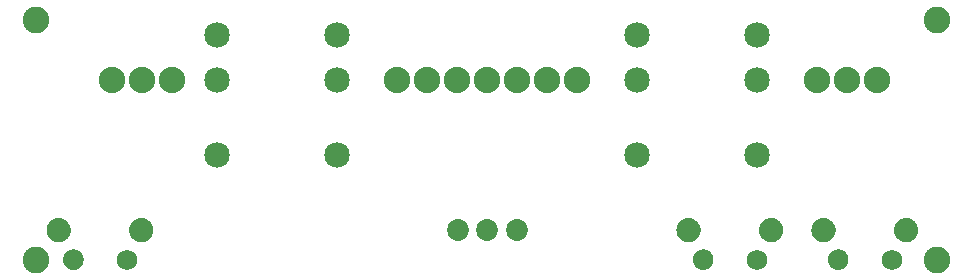
<source format=gbs>
G04 MADE WITH FRITZING*
G04 WWW.FRITZING.ORG*
G04 DOUBLE SIDED*
G04 HOLES PLATED*
G04 CONTOUR ON CENTER OF CONTOUR VECTOR*
%ASAXBY*%
%FSLAX23Y23*%
%MOIN*%
%OFA0B0*%
%SFA1.0B1.0*%
%ADD10C,0.072992*%
%ADD11C,0.088740*%
%ADD12C,0.085000*%
%ADD13C,0.088000*%
%ADD14C,0.069055*%
%ADD15R,0.001000X0.001000*%
%LNMASK0*%
G90*
G70*
G54D10*
X1671Y184D03*
X1474Y184D03*
X1572Y184D03*
G54D11*
X70Y884D03*
X3071Y84D03*
X70Y84D03*
X3071Y884D03*
G54D12*
X2071Y834D03*
X2471Y834D03*
G54D13*
X2871Y684D03*
X2771Y684D03*
X2671Y684D03*
X521Y684D03*
X421Y684D03*
X321Y684D03*
X1871Y684D03*
X1771Y684D03*
X1671Y684D03*
X1571Y684D03*
X1471Y684D03*
X1371Y684D03*
X1271Y684D03*
G54D12*
X671Y684D03*
X1071Y684D03*
X671Y834D03*
X1071Y834D03*
X671Y434D03*
X1071Y434D03*
X2071Y434D03*
X2471Y434D03*
X2071Y684D03*
X2471Y684D03*
G54D14*
X371Y84D03*
X2471Y84D03*
X2921Y84D03*
G54D15*
X137Y223D02*
X150Y223D01*
X412Y223D02*
X426Y223D01*
X2236Y223D02*
X2250Y223D01*
X2512Y223D02*
X2525Y223D01*
X2686Y223D02*
X2700Y223D01*
X2962Y223D02*
X2975Y223D01*
X133Y222D02*
X155Y222D01*
X408Y222D02*
X430Y222D01*
X2232Y222D02*
X2254Y222D01*
X2508Y222D02*
X2530Y222D01*
X2682Y222D02*
X2704Y222D01*
X2958Y222D02*
X2980Y222D01*
X130Y221D02*
X158Y221D01*
X405Y221D02*
X433Y221D01*
X2229Y221D02*
X2257Y221D01*
X2505Y221D02*
X2533Y221D01*
X2679Y221D02*
X2707Y221D01*
X2955Y221D02*
X2983Y221D01*
X127Y220D02*
X160Y220D01*
X403Y220D02*
X436Y220D01*
X2227Y220D02*
X2260Y220D01*
X2502Y220D02*
X2535Y220D01*
X2677Y220D02*
X2709Y220D01*
X2952Y220D02*
X2985Y220D01*
X125Y219D02*
X162Y219D01*
X401Y219D02*
X438Y219D01*
X2225Y219D02*
X2262Y219D01*
X2500Y219D02*
X2537Y219D01*
X2675Y219D02*
X2712Y219D01*
X2950Y219D02*
X2987Y219D01*
X123Y218D02*
X164Y218D01*
X399Y218D02*
X439Y218D01*
X2223Y218D02*
X2263Y218D01*
X2499Y218D02*
X2539Y218D01*
X2673Y218D02*
X2713Y218D01*
X2949Y218D02*
X2989Y218D01*
X122Y217D02*
X165Y217D01*
X397Y217D02*
X441Y217D01*
X2221Y217D02*
X2265Y217D01*
X2497Y217D02*
X2540Y217D01*
X2671Y217D02*
X2715Y217D01*
X2947Y217D02*
X2990Y217D01*
X120Y216D02*
X167Y216D01*
X396Y216D02*
X442Y216D01*
X2220Y216D02*
X2266Y216D01*
X2496Y216D02*
X2542Y216D01*
X2670Y216D02*
X2716Y216D01*
X2945Y216D02*
X2992Y216D01*
X119Y215D02*
X168Y215D01*
X395Y215D02*
X444Y215D01*
X2219Y215D02*
X2268Y215D01*
X2494Y215D02*
X2543Y215D01*
X2669Y215D02*
X2718Y215D01*
X2944Y215D02*
X2993Y215D01*
X118Y214D02*
X169Y214D01*
X393Y214D02*
X445Y214D01*
X2217Y214D02*
X2269Y214D01*
X2493Y214D02*
X2544Y214D01*
X2667Y214D02*
X2719Y214D01*
X2943Y214D02*
X2994Y214D01*
X117Y213D02*
X170Y213D01*
X392Y213D02*
X446Y213D01*
X2216Y213D02*
X2270Y213D01*
X2492Y213D02*
X2546Y213D01*
X2666Y213D02*
X2720Y213D01*
X2942Y213D02*
X2995Y213D01*
X116Y212D02*
X172Y212D01*
X391Y212D02*
X447Y212D01*
X2215Y212D02*
X2271Y212D01*
X2491Y212D02*
X2547Y212D01*
X2665Y212D02*
X2721Y212D01*
X2941Y212D02*
X2997Y212D01*
X115Y211D02*
X172Y211D01*
X390Y211D02*
X448Y211D01*
X2214Y211D02*
X2272Y211D01*
X2490Y211D02*
X2548Y211D01*
X2664Y211D02*
X2722Y211D01*
X2940Y211D02*
X2998Y211D01*
X114Y210D02*
X173Y210D01*
X389Y210D02*
X449Y210D01*
X2213Y210D02*
X2273Y210D01*
X2489Y210D02*
X2549Y210D01*
X2663Y210D02*
X2723Y210D01*
X2939Y210D02*
X2998Y210D01*
X113Y209D02*
X174Y209D01*
X388Y209D02*
X450Y209D01*
X2213Y209D02*
X2274Y209D01*
X2488Y209D02*
X2549Y209D01*
X2662Y209D02*
X2724Y209D01*
X2938Y209D02*
X2999Y209D01*
X112Y208D02*
X175Y208D01*
X388Y208D02*
X451Y208D01*
X2212Y208D02*
X2275Y208D01*
X2487Y208D02*
X2550Y208D01*
X2662Y208D02*
X2725Y208D01*
X2937Y208D02*
X3000Y208D01*
X111Y207D02*
X176Y207D01*
X387Y207D02*
X451Y207D01*
X2211Y207D02*
X2275Y207D01*
X2487Y207D02*
X2551Y207D01*
X2661Y207D02*
X2725Y207D01*
X2936Y207D02*
X3001Y207D01*
X111Y206D02*
X176Y206D01*
X386Y206D02*
X452Y206D01*
X2210Y206D02*
X2276Y206D01*
X2486Y206D02*
X2552Y206D01*
X2660Y206D02*
X2726Y206D01*
X2936Y206D02*
X3002Y206D01*
X110Y205D02*
X177Y205D01*
X386Y205D02*
X453Y205D01*
X2210Y205D02*
X2277Y205D01*
X2485Y205D02*
X2552Y205D01*
X2660Y205D02*
X2727Y205D01*
X2935Y205D02*
X3002Y205D01*
X109Y204D02*
X178Y204D01*
X385Y204D02*
X453Y204D01*
X2209Y204D02*
X2277Y204D01*
X2485Y204D02*
X2553Y204D01*
X2659Y204D02*
X2727Y204D01*
X2935Y204D02*
X3003Y204D01*
X109Y203D02*
X178Y203D01*
X384Y203D02*
X454Y203D01*
X2208Y203D02*
X2278Y203D01*
X2484Y203D02*
X2553Y203D01*
X2658Y203D02*
X2728Y203D01*
X2934Y203D02*
X3003Y203D01*
X108Y202D02*
X179Y202D01*
X384Y202D02*
X454Y202D01*
X2208Y202D02*
X2278Y202D01*
X2483Y202D02*
X2554Y202D01*
X2658Y202D02*
X2728Y202D01*
X2933Y202D02*
X3004Y202D01*
X108Y201D02*
X179Y201D01*
X383Y201D02*
X455Y201D01*
X2207Y201D02*
X2279Y201D01*
X2483Y201D02*
X2555Y201D01*
X2657Y201D02*
X2729Y201D01*
X2933Y201D02*
X3004Y201D01*
X107Y200D02*
X180Y200D01*
X383Y200D02*
X455Y200D01*
X2207Y200D02*
X2279Y200D01*
X2482Y200D02*
X2555Y200D01*
X2657Y200D02*
X2729Y200D01*
X2932Y200D02*
X3005Y200D01*
X107Y199D02*
X180Y199D01*
X382Y199D02*
X456Y199D01*
X2206Y199D02*
X2280Y199D01*
X2482Y199D02*
X2555Y199D01*
X2656Y199D02*
X2730Y199D01*
X2932Y199D02*
X3005Y199D01*
X106Y198D02*
X181Y198D01*
X382Y198D02*
X456Y198D01*
X2206Y198D02*
X2280Y198D01*
X2482Y198D02*
X2556Y198D01*
X2656Y198D02*
X2730Y198D01*
X2932Y198D02*
X3006Y198D01*
X106Y197D02*
X181Y197D01*
X382Y197D02*
X457Y197D01*
X2206Y197D02*
X2281Y197D01*
X2481Y197D02*
X2556Y197D01*
X2656Y197D02*
X2731Y197D01*
X2931Y197D02*
X3006Y197D01*
X106Y196D02*
X181Y196D01*
X381Y196D02*
X457Y196D01*
X2205Y196D02*
X2281Y196D01*
X2481Y196D02*
X2557Y196D01*
X2655Y196D02*
X2731Y196D01*
X2931Y196D02*
X3006Y196D01*
X105Y195D02*
X182Y195D01*
X381Y195D02*
X457Y195D01*
X2205Y195D02*
X2281Y195D01*
X2481Y195D02*
X2557Y195D01*
X2655Y195D02*
X2731Y195D01*
X2930Y195D02*
X3007Y195D01*
X105Y194D02*
X182Y194D01*
X381Y194D02*
X458Y194D01*
X2205Y194D02*
X2282Y194D01*
X2480Y194D02*
X2557Y194D01*
X2655Y194D02*
X2731Y194D01*
X2930Y194D02*
X3007Y194D01*
X105Y193D02*
X182Y193D01*
X380Y193D02*
X458Y193D01*
X2205Y193D02*
X2282Y193D01*
X2480Y193D02*
X2557Y193D01*
X2654Y193D02*
X2732Y193D01*
X2930Y193D02*
X3007Y193D01*
X105Y192D02*
X182Y192D01*
X380Y192D02*
X458Y192D01*
X2204Y192D02*
X2282Y192D01*
X2480Y192D02*
X2558Y192D01*
X2654Y192D02*
X2732Y192D01*
X2930Y192D02*
X3008Y192D01*
X104Y191D02*
X183Y191D01*
X380Y191D02*
X458Y191D01*
X2204Y191D02*
X2282Y191D01*
X2480Y191D02*
X2558Y191D01*
X2654Y191D02*
X2732Y191D01*
X2930Y191D02*
X3008Y191D01*
X104Y190D02*
X183Y190D01*
X380Y190D02*
X458Y190D01*
X2204Y190D02*
X2282Y190D01*
X2479Y190D02*
X2558Y190D01*
X2654Y190D02*
X2732Y190D01*
X2929Y190D02*
X3008Y190D01*
X104Y189D02*
X183Y189D01*
X380Y189D02*
X459Y189D01*
X2204Y189D02*
X2283Y189D01*
X2479Y189D02*
X2558Y189D01*
X2654Y189D02*
X2733Y189D01*
X2929Y189D02*
X3008Y189D01*
X104Y188D02*
X183Y188D01*
X380Y188D02*
X459Y188D01*
X2204Y188D02*
X2283Y188D01*
X2479Y188D02*
X2558Y188D01*
X2654Y188D02*
X2733Y188D01*
X2929Y188D02*
X3008Y188D01*
X104Y187D02*
X183Y187D01*
X379Y187D02*
X459Y187D01*
X2203Y187D02*
X2283Y187D01*
X2479Y187D02*
X2558Y187D01*
X2653Y187D02*
X2733Y187D01*
X2929Y187D02*
X3008Y187D01*
X104Y186D02*
X183Y186D01*
X379Y186D02*
X459Y186D01*
X2203Y186D02*
X2283Y186D01*
X2479Y186D02*
X2558Y186D01*
X2653Y186D02*
X2733Y186D01*
X2929Y186D02*
X3008Y186D01*
X104Y185D02*
X183Y185D01*
X379Y185D02*
X459Y185D01*
X2203Y185D02*
X2283Y185D01*
X2479Y185D02*
X2559Y185D01*
X2653Y185D02*
X2733Y185D01*
X2929Y185D02*
X3008Y185D01*
X104Y184D02*
X183Y184D01*
X379Y184D02*
X459Y184D01*
X2203Y184D02*
X2283Y184D01*
X2479Y184D02*
X2559Y184D01*
X2653Y184D02*
X2733Y184D01*
X2929Y184D02*
X3009Y184D01*
X104Y183D02*
X183Y183D01*
X379Y183D02*
X459Y183D01*
X2203Y183D02*
X2283Y183D01*
X2479Y183D02*
X2559Y183D01*
X2653Y183D02*
X2733Y183D01*
X2929Y183D02*
X3009Y183D01*
X104Y182D02*
X183Y182D01*
X379Y182D02*
X459Y182D01*
X2203Y182D02*
X2283Y182D01*
X2479Y182D02*
X2559Y182D01*
X2653Y182D02*
X2733Y182D01*
X2929Y182D02*
X3008Y182D01*
X104Y181D02*
X183Y181D01*
X379Y181D02*
X459Y181D01*
X2203Y181D02*
X2283Y181D01*
X2479Y181D02*
X2559Y181D01*
X2653Y181D02*
X2733Y181D01*
X2929Y181D02*
X3008Y181D01*
X104Y180D02*
X183Y180D01*
X379Y180D02*
X459Y180D01*
X2203Y180D02*
X2283Y180D01*
X2479Y180D02*
X2558Y180D01*
X2653Y180D02*
X2733Y180D01*
X2929Y180D02*
X3008Y180D01*
X104Y179D02*
X183Y179D01*
X379Y179D02*
X459Y179D01*
X2204Y179D02*
X2283Y179D01*
X2479Y179D02*
X2558Y179D01*
X2653Y179D02*
X2733Y179D01*
X2929Y179D02*
X3008Y179D01*
X104Y178D02*
X183Y178D01*
X380Y178D02*
X459Y178D01*
X2204Y178D02*
X2283Y178D01*
X2479Y178D02*
X2558Y178D01*
X2654Y178D02*
X2733Y178D01*
X2929Y178D02*
X3008Y178D01*
X104Y177D02*
X183Y177D01*
X380Y177D02*
X458Y177D01*
X2204Y177D02*
X2283Y177D01*
X2479Y177D02*
X2558Y177D01*
X2654Y177D02*
X2732Y177D01*
X2929Y177D02*
X3008Y177D01*
X104Y176D02*
X183Y176D01*
X380Y176D02*
X458Y176D01*
X2204Y176D02*
X2282Y176D01*
X2480Y176D02*
X2558Y176D01*
X2654Y176D02*
X2732Y176D01*
X2929Y176D02*
X3008Y176D01*
X105Y175D02*
X183Y175D01*
X380Y175D02*
X458Y175D01*
X2204Y175D02*
X2282Y175D01*
X2480Y175D02*
X2558Y175D01*
X2654Y175D02*
X2732Y175D01*
X2930Y175D02*
X3008Y175D01*
X105Y174D02*
X182Y174D01*
X380Y174D02*
X458Y174D01*
X2204Y174D02*
X2282Y174D01*
X2480Y174D02*
X2557Y174D01*
X2654Y174D02*
X2732Y174D01*
X2930Y174D02*
X3007Y174D01*
X105Y173D02*
X182Y173D01*
X381Y173D02*
X458Y173D01*
X2205Y173D02*
X2282Y173D01*
X2480Y173D02*
X2557Y173D01*
X2655Y173D02*
X2732Y173D01*
X2930Y173D02*
X3007Y173D01*
X105Y172D02*
X182Y172D01*
X381Y172D02*
X457Y172D01*
X2205Y172D02*
X2281Y172D01*
X2480Y172D02*
X2557Y172D01*
X2655Y172D02*
X2731Y172D01*
X2930Y172D02*
X3007Y172D01*
X106Y171D02*
X182Y171D01*
X381Y171D02*
X457Y171D01*
X2205Y171D02*
X2281Y171D01*
X2481Y171D02*
X2557Y171D01*
X2655Y171D02*
X2731Y171D01*
X2931Y171D02*
X3007Y171D01*
X106Y170D02*
X181Y170D01*
X382Y170D02*
X457Y170D01*
X2206Y170D02*
X2281Y170D01*
X2481Y170D02*
X2556Y170D01*
X2655Y170D02*
X2731Y170D01*
X2931Y170D02*
X3006Y170D01*
X106Y169D02*
X181Y169D01*
X382Y169D02*
X456Y169D01*
X2206Y169D02*
X2280Y169D01*
X2481Y169D02*
X2556Y169D01*
X2656Y169D02*
X2730Y169D01*
X2931Y169D02*
X3006Y169D01*
X107Y168D02*
X180Y168D01*
X382Y168D02*
X456Y168D01*
X2206Y168D02*
X2280Y168D01*
X2482Y168D02*
X2556Y168D01*
X2656Y168D02*
X2730Y168D01*
X2932Y168D02*
X3006Y168D01*
X107Y167D02*
X180Y167D01*
X383Y167D02*
X456Y167D01*
X2207Y167D02*
X2280Y167D01*
X2482Y167D02*
X2555Y167D01*
X2657Y167D02*
X2730Y167D01*
X2932Y167D02*
X3005Y167D01*
X108Y166D02*
X180Y166D01*
X383Y166D02*
X455Y166D01*
X2207Y166D02*
X2279Y166D01*
X2483Y166D02*
X2555Y166D01*
X2657Y166D02*
X2729Y166D01*
X2933Y166D02*
X3005Y166D01*
X108Y165D02*
X179Y165D01*
X384Y165D02*
X455Y165D01*
X2208Y165D02*
X2279Y165D01*
X2483Y165D02*
X2554Y165D01*
X2658Y165D02*
X2729Y165D01*
X2933Y165D02*
X3004Y165D01*
X109Y164D02*
X179Y164D01*
X384Y164D02*
X454Y164D01*
X2208Y164D02*
X2278Y164D01*
X2484Y164D02*
X2554Y164D01*
X2658Y164D02*
X2728Y164D01*
X2934Y164D02*
X3004Y164D01*
X109Y163D02*
X178Y163D01*
X385Y163D02*
X453Y163D01*
X2209Y163D02*
X2278Y163D01*
X2484Y163D02*
X2553Y163D01*
X2659Y163D02*
X2727Y163D01*
X2934Y163D02*
X3003Y163D01*
X110Y162D02*
X177Y162D01*
X385Y162D02*
X453Y162D01*
X2209Y162D02*
X2277Y162D01*
X2485Y162D02*
X2552Y162D01*
X2659Y162D02*
X2727Y162D01*
X2935Y162D02*
X3002Y162D01*
X110Y161D02*
X177Y161D01*
X386Y161D02*
X452Y161D01*
X2210Y161D02*
X2276Y161D01*
X2486Y161D02*
X2552Y161D01*
X2660Y161D02*
X2726Y161D01*
X2936Y161D02*
X3002Y161D01*
X111Y160D02*
X176Y160D01*
X387Y160D02*
X452Y160D01*
X2211Y160D02*
X2276Y160D01*
X2486Y160D02*
X2551Y160D01*
X2661Y160D02*
X2726Y160D01*
X2936Y160D02*
X3001Y160D01*
X112Y159D02*
X175Y159D01*
X387Y159D02*
X451Y159D01*
X2212Y159D02*
X2275Y159D01*
X2487Y159D02*
X2550Y159D01*
X2661Y159D02*
X2725Y159D01*
X2937Y159D02*
X3000Y159D01*
X113Y158D02*
X175Y158D01*
X388Y158D02*
X450Y158D01*
X2212Y158D02*
X2274Y158D01*
X2488Y158D02*
X2550Y158D01*
X2662Y158D02*
X2724Y158D01*
X2938Y158D02*
X3000Y158D01*
X113Y157D02*
X174Y157D01*
X389Y157D02*
X449Y157D01*
X2213Y157D02*
X2273Y157D01*
X2489Y157D02*
X2549Y157D01*
X2663Y157D02*
X2723Y157D01*
X2939Y157D02*
X2999Y157D01*
X114Y156D02*
X173Y156D01*
X390Y156D02*
X448Y156D01*
X2214Y156D02*
X2272Y156D01*
X2490Y156D02*
X2548Y156D01*
X2664Y156D02*
X2722Y156D01*
X2939Y156D02*
X2998Y156D01*
X115Y155D02*
X172Y155D01*
X391Y155D02*
X447Y155D01*
X2215Y155D02*
X2272Y155D01*
X2490Y155D02*
X2547Y155D01*
X2665Y155D02*
X2721Y155D01*
X2940Y155D02*
X2997Y155D01*
X116Y154D02*
X171Y154D01*
X392Y154D02*
X446Y154D01*
X2216Y154D02*
X2270Y154D01*
X2491Y154D02*
X2546Y154D01*
X2666Y154D02*
X2720Y154D01*
X2941Y154D02*
X2996Y154D01*
X117Y153D02*
X170Y153D01*
X393Y153D02*
X445Y153D01*
X2217Y153D02*
X2269Y153D01*
X2493Y153D02*
X2545Y153D01*
X2667Y153D02*
X2719Y153D01*
X2942Y153D02*
X2995Y153D01*
X119Y152D02*
X169Y152D01*
X394Y152D02*
X444Y152D01*
X2218Y152D02*
X2268Y152D01*
X2494Y152D02*
X2544Y152D01*
X2668Y152D02*
X2718Y152D01*
X2944Y152D02*
X2994Y152D01*
X120Y151D02*
X167Y151D01*
X396Y151D02*
X443Y151D01*
X2220Y151D02*
X2267Y151D01*
X2495Y151D02*
X2542Y151D01*
X2669Y151D02*
X2717Y151D01*
X2945Y151D02*
X2992Y151D01*
X121Y150D02*
X166Y150D01*
X397Y150D02*
X441Y150D01*
X2221Y150D02*
X2265Y150D01*
X2496Y150D02*
X2541Y150D01*
X2671Y150D02*
X2715Y150D01*
X2946Y150D02*
X2991Y150D01*
X123Y149D02*
X164Y149D01*
X398Y149D02*
X440Y149D01*
X2223Y149D02*
X2264Y149D01*
X2498Y149D02*
X2539Y149D01*
X2672Y149D02*
X2714Y149D01*
X2948Y149D02*
X2989Y149D01*
X125Y148D02*
X163Y148D01*
X400Y148D02*
X438Y148D01*
X2224Y148D02*
X2262Y148D01*
X2500Y148D02*
X2538Y148D01*
X2674Y148D02*
X2712Y148D01*
X2950Y148D02*
X2988Y148D01*
X126Y147D02*
X161Y147D01*
X402Y147D02*
X436Y147D01*
X2226Y147D02*
X2260Y147D01*
X2502Y147D02*
X2536Y147D01*
X2676Y147D02*
X2710Y147D01*
X2952Y147D02*
X2986Y147D01*
X129Y146D02*
X159Y146D01*
X404Y146D02*
X434Y146D01*
X2228Y146D02*
X2258Y146D01*
X2504Y146D02*
X2534Y146D01*
X2678Y146D02*
X2708Y146D01*
X2954Y146D02*
X2984Y146D01*
X131Y145D02*
X156Y145D01*
X407Y145D02*
X431Y145D01*
X2231Y145D02*
X2255Y145D01*
X2507Y145D02*
X2531Y145D01*
X2681Y145D02*
X2705Y145D01*
X2956Y145D02*
X2981Y145D01*
X135Y144D02*
X152Y144D01*
X411Y144D02*
X428Y144D01*
X2235Y144D02*
X2252Y144D01*
X2510Y144D02*
X2527Y144D01*
X2685Y144D02*
X2702Y144D01*
X2960Y144D02*
X2977Y144D01*
X142Y143D02*
X145Y143D01*
X418Y143D02*
X420Y143D01*
X2242Y143D02*
X2244Y143D01*
X2518Y143D02*
X2520Y143D01*
X2692Y143D02*
X2694Y143D01*
X2968Y143D02*
X2970Y143D01*
X188Y119D02*
X197Y119D01*
X2288Y119D02*
X2297Y119D01*
X2738Y119D02*
X2747Y119D01*
X184Y118D02*
X202Y118D01*
X2283Y118D02*
X2302Y118D01*
X2733Y118D02*
X2751Y118D01*
X181Y117D02*
X205Y117D01*
X2280Y117D02*
X2305Y117D01*
X2730Y117D02*
X2754Y117D01*
X178Y116D02*
X207Y116D01*
X2278Y116D02*
X2307Y116D01*
X2728Y116D02*
X2757Y116D01*
X176Y115D02*
X209Y115D01*
X2276Y115D02*
X2309Y115D01*
X2726Y115D02*
X2759Y115D01*
X175Y114D02*
X211Y114D01*
X2274Y114D02*
X2310Y114D01*
X2724Y114D02*
X2760Y114D01*
X173Y113D02*
X212Y113D01*
X2273Y113D02*
X2312Y113D01*
X2723Y113D02*
X2762Y113D01*
X172Y112D02*
X214Y112D01*
X2272Y112D02*
X2313Y112D01*
X2722Y112D02*
X2763Y112D01*
X171Y111D02*
X215Y111D01*
X2270Y111D02*
X2314Y111D01*
X2720Y111D02*
X2764Y111D01*
X170Y110D02*
X216Y110D01*
X2269Y110D02*
X2316Y110D01*
X2719Y110D02*
X2765Y110D01*
X169Y109D02*
X217Y109D01*
X2268Y109D02*
X2317Y109D01*
X2718Y109D02*
X2767Y109D01*
X168Y108D02*
X218Y108D01*
X2267Y108D02*
X2317Y108D01*
X2717Y108D02*
X2767Y108D01*
X167Y107D02*
X219Y107D01*
X2266Y107D02*
X2318Y107D01*
X2716Y107D02*
X2768Y107D01*
X166Y106D02*
X220Y106D01*
X2266Y106D02*
X2319Y106D01*
X2716Y106D02*
X2769Y106D01*
X165Y105D02*
X220Y105D01*
X2265Y105D02*
X2320Y105D01*
X2715Y105D02*
X2770Y105D01*
X165Y104D02*
X221Y104D01*
X2264Y104D02*
X2321Y104D01*
X2714Y104D02*
X2770Y104D01*
X164Y103D02*
X222Y103D01*
X2264Y103D02*
X2321Y103D01*
X2714Y103D02*
X2771Y103D01*
X163Y102D02*
X222Y102D01*
X2263Y102D02*
X2322Y102D01*
X2713Y102D02*
X2772Y102D01*
X163Y101D02*
X223Y101D01*
X2262Y101D02*
X2322Y101D01*
X2712Y101D02*
X2772Y101D01*
X162Y100D02*
X223Y100D01*
X2262Y100D02*
X2323Y100D01*
X2712Y100D02*
X2773Y100D01*
X162Y99D02*
X224Y99D01*
X2261Y99D02*
X2323Y99D01*
X2711Y99D02*
X2773Y99D01*
X161Y98D02*
X224Y98D01*
X2261Y98D02*
X2324Y98D01*
X2711Y98D02*
X2774Y98D01*
X161Y97D02*
X225Y97D01*
X2261Y97D02*
X2324Y97D01*
X2711Y97D02*
X2774Y97D01*
X161Y96D02*
X225Y96D01*
X2260Y96D02*
X2325Y96D01*
X2710Y96D02*
X2774Y96D01*
X160Y95D02*
X225Y95D01*
X2260Y95D02*
X2325Y95D01*
X2710Y95D02*
X2775Y95D01*
X160Y94D02*
X226Y94D01*
X2260Y94D02*
X2325Y94D01*
X2710Y94D02*
X2775Y94D01*
X160Y93D02*
X226Y93D01*
X2259Y93D02*
X2325Y93D01*
X2709Y93D02*
X2775Y93D01*
X160Y92D02*
X226Y92D01*
X2259Y92D02*
X2326Y92D01*
X2709Y92D02*
X2776Y92D01*
X159Y91D02*
X226Y91D01*
X2259Y91D02*
X2326Y91D01*
X2709Y91D02*
X2776Y91D01*
X159Y90D02*
X226Y90D01*
X2259Y90D02*
X2326Y90D01*
X2709Y90D02*
X2776Y90D01*
X159Y89D02*
X227Y89D01*
X2259Y89D02*
X2326Y89D01*
X2709Y89D02*
X2776Y89D01*
X159Y88D02*
X227Y88D01*
X2259Y88D02*
X2326Y88D01*
X2708Y88D02*
X2776Y88D01*
X159Y87D02*
X227Y87D01*
X2258Y87D02*
X2326Y87D01*
X2708Y87D02*
X2776Y87D01*
X159Y86D02*
X227Y86D01*
X2258Y86D02*
X2326Y86D01*
X2708Y86D02*
X2776Y86D01*
X159Y85D02*
X227Y85D01*
X2258Y85D02*
X2326Y85D01*
X2708Y85D02*
X2776Y85D01*
X159Y84D02*
X227Y84D01*
X2258Y84D02*
X2326Y84D01*
X2708Y84D02*
X2776Y84D01*
X159Y83D02*
X227Y83D01*
X2258Y83D02*
X2326Y83D01*
X2708Y83D02*
X2776Y83D01*
X159Y82D02*
X227Y82D01*
X2259Y82D02*
X2326Y82D01*
X2708Y82D02*
X2776Y82D01*
X159Y81D02*
X227Y81D01*
X2259Y81D02*
X2326Y81D01*
X2709Y81D02*
X2776Y81D01*
X159Y80D02*
X226Y80D01*
X2259Y80D02*
X2326Y80D01*
X2709Y80D02*
X2776Y80D01*
X159Y79D02*
X226Y79D01*
X2259Y79D02*
X2326Y79D01*
X2709Y79D02*
X2776Y79D01*
X160Y78D02*
X226Y78D01*
X2259Y78D02*
X2326Y78D01*
X2709Y78D02*
X2776Y78D01*
X160Y77D02*
X226Y77D01*
X2259Y77D02*
X2325Y77D01*
X2709Y77D02*
X2775Y77D01*
X160Y76D02*
X226Y76D01*
X2260Y76D02*
X2325Y76D01*
X2710Y76D02*
X2775Y76D01*
X160Y75D02*
X225Y75D01*
X2260Y75D02*
X2325Y75D01*
X2710Y75D02*
X2775Y75D01*
X161Y74D02*
X225Y74D01*
X2260Y74D02*
X2325Y74D01*
X2710Y74D02*
X2775Y74D01*
X161Y73D02*
X225Y73D01*
X2261Y73D02*
X2324Y73D01*
X2710Y73D02*
X2774Y73D01*
X161Y72D02*
X224Y72D01*
X2261Y72D02*
X2324Y72D01*
X2711Y72D02*
X2774Y72D01*
X162Y71D02*
X224Y71D01*
X2261Y71D02*
X2323Y71D01*
X2711Y71D02*
X2773Y71D01*
X162Y70D02*
X223Y70D01*
X2262Y70D02*
X2323Y70D01*
X2712Y70D02*
X2773Y70D01*
X163Y69D02*
X223Y69D01*
X2262Y69D02*
X2322Y69D01*
X2712Y69D02*
X2772Y69D01*
X163Y68D02*
X222Y68D01*
X2263Y68D02*
X2322Y68D01*
X2713Y68D02*
X2772Y68D01*
X164Y67D02*
X222Y67D01*
X2263Y67D02*
X2321Y67D01*
X2713Y67D02*
X2771Y67D01*
X165Y66D02*
X221Y66D01*
X2264Y66D02*
X2321Y66D01*
X2714Y66D02*
X2771Y66D01*
X165Y65D02*
X220Y65D01*
X2265Y65D02*
X2320Y65D01*
X2715Y65D02*
X2770Y65D01*
X166Y64D02*
X220Y64D01*
X2266Y64D02*
X2319Y64D01*
X2715Y64D02*
X2769Y64D01*
X167Y63D02*
X219Y63D01*
X2266Y63D02*
X2318Y63D01*
X2716Y63D02*
X2768Y63D01*
X168Y62D02*
X218Y62D01*
X2267Y62D02*
X2318Y62D01*
X2717Y62D02*
X2768Y62D01*
X168Y61D02*
X217Y61D01*
X2268Y61D02*
X2317Y61D01*
X2718Y61D02*
X2767Y61D01*
X169Y60D02*
X216Y60D01*
X2269Y60D02*
X2316Y60D01*
X2719Y60D02*
X2766Y60D01*
X171Y59D02*
X215Y59D01*
X2270Y59D02*
X2315Y59D01*
X2720Y59D02*
X2765Y59D01*
X172Y58D02*
X214Y58D01*
X2271Y58D02*
X2313Y58D01*
X2721Y58D02*
X2763Y58D01*
X173Y57D02*
X212Y57D01*
X2273Y57D02*
X2312Y57D01*
X2723Y57D02*
X2762Y57D01*
X175Y56D02*
X211Y56D01*
X2274Y56D02*
X2311Y56D01*
X2724Y56D02*
X2760Y56D01*
X176Y55D02*
X209Y55D01*
X2276Y55D02*
X2309Y55D01*
X2726Y55D02*
X2759Y55D01*
X178Y54D02*
X208Y54D01*
X2278Y54D02*
X2307Y54D01*
X2728Y54D02*
X2757Y54D01*
X180Y53D02*
X205Y53D01*
X2280Y53D02*
X2305Y53D01*
X2730Y53D02*
X2755Y53D01*
X183Y52D02*
X203Y52D01*
X2283Y52D02*
X2302Y52D01*
X2733Y52D02*
X2752Y52D01*
X187Y51D02*
X198Y51D01*
X2287Y51D02*
X2298Y51D01*
X2737Y51D02*
X2748Y51D01*
D02*
G04 End of Mask0*
M02*
</source>
